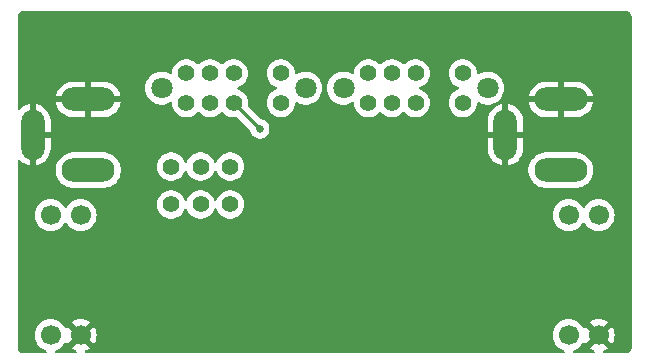
<source format=gbr>
%TF.GenerationSoftware,KiCad,Pcbnew,8.0.5-8.0.5-0~ubuntu24.04.1*%
%TF.CreationDate,2024-10-14T08:19:55-04:00*%
%TF.ProjectId,breadboard-power-supply,62726561-6462-46f6-9172-642d706f7765,rev?*%
%TF.SameCoordinates,Original*%
%TF.FileFunction,Copper,L2,Bot*%
%TF.FilePolarity,Positive*%
%FSLAX46Y46*%
G04 Gerber Fmt 4.6, Leading zero omitted, Abs format (unit mm)*
G04 Created by KiCad (PCBNEW 8.0.5-8.0.5-0~ubuntu24.04.1) date 2024-10-14 08:19:55*
%MOMM*%
%LPD*%
G01*
G04 APERTURE LIST*
%TA.AperFunction,ComponentPad*%
%ADD10C,1.400000*%
%TD*%
%TA.AperFunction,ComponentPad*%
%ADD11C,1.800000*%
%TD*%
%TA.AperFunction,ComponentPad*%
%ADD12O,4.500000X2.000000*%
%TD*%
%TA.AperFunction,ComponentPad*%
%ADD13O,2.000000X4.250000*%
%TD*%
%TA.AperFunction,ComponentPad*%
%ADD14C,1.700000*%
%TD*%
%TA.AperFunction,ViaPad*%
%ADD15C,0.650000*%
%TD*%
%TA.AperFunction,Conductor*%
%ADD16C,0.350000*%
%TD*%
G04 APERTURE END LIST*
D10*
%TO.P,SW1,1*%
%TO.N,/VIN1*%
X113500000Y-103700000D03*
%TO.P,SW1,2*%
%TO.N,Net-(J1-Pad1)*%
X116000000Y-103700000D03*
%TO.P,SW1,3*%
%TO.N,unconnected-(SW1-Pad3)_1*%
X118500000Y-103700000D03*
%TO.P,SW1,4*%
%TO.N,/VIN1*%
X113500000Y-106900000D03*
%TO.P,SW1,5*%
%TO.N,Net-(J1-Pad1)*%
X116000000Y-106900000D03*
%TO.P,SW1,6*%
%TO.N,unconnected-(SW1-Pad3)*%
X118500000Y-106900000D03*
%TD*%
D11*
%TO.P,SW3,*%
%TO.N,*%
X140300000Y-97050000D03*
X128100000Y-97050000D03*
D10*
%TO.P,SW3,1,1*%
%TO.N,unconnected-(SW3-Pad1)*%
X138200000Y-95800000D03*
%TO.P,SW3,2,2*%
%TO.N,VCC1*%
X134200000Y-95800000D03*
%TO.P,SW3,3,3*%
%TO.N,VCC2*%
X132200000Y-95800000D03*
%TO.P,SW3,4,4*%
%TO.N,unconnected-(SW3-Pad4)*%
X130200000Y-95800000D03*
%TO.P,SW3,5,5*%
%TO.N,unconnected-(SW3-Pad5)*%
X138200000Y-98300000D03*
%TO.P,SW3,6,6*%
%TO.N,Net-(J2-Pad1)*%
X134200000Y-98300000D03*
%TO.P,SW3,7,7*%
%TO.N,unconnected-(SW3-Pad7)*%
X132200000Y-98300000D03*
%TO.P,SW3,8,8*%
%TO.N,VCC2*%
X130200000Y-98300000D03*
%TD*%
D12*
%TO.P,J1,1*%
%TO.N,Net-(J1-Pad1)*%
X106500000Y-104000000D03*
%TO.P,J1,2*%
%TO.N,GND*%
X106500000Y-98000000D03*
D13*
%TO.P,J1,3*%
X101800000Y-101000000D03*
%TD*%
D11*
%TO.P,SW2,*%
%TO.N,*%
X124900000Y-97050000D03*
X112700000Y-97050000D03*
D10*
%TO.P,SW2,1,1*%
%TO.N,VCC1*%
X122800000Y-95800000D03*
%TO.P,SW2,2,2*%
%TO.N,/VIN1*%
X118800000Y-95800000D03*
%TO.P,SW2,3,3*%
%TO.N,Net-(U1-IN)*%
X116800000Y-95800000D03*
%TO.P,SW2,4,4*%
X114800000Y-95800000D03*
%TO.P,SW2,5,5*%
%TO.N,unconnected-(SW2-Pad5)*%
X122800000Y-98300000D03*
%TO.P,SW2,6,6*%
%TO.N,/ADJ*%
X118800000Y-98300000D03*
%TO.P,SW2,7,7*%
%TO.N,Net-(R3-Pad1)*%
X116800000Y-98300000D03*
%TO.P,SW2,8,8*%
%TO.N,Net-(R2-Pad1)*%
X114800000Y-98300000D03*
%TD*%
D12*
%TO.P,J2,1*%
%TO.N,Net-(J2-Pad1)*%
X146500000Y-104000000D03*
%TO.P,J2,2*%
%TO.N,GND*%
X146500000Y-98000000D03*
D13*
%TO.P,J2,3*%
X141800000Y-101000000D03*
%TD*%
D14*
%TO.P,J6,1*%
%TO.N,VCC2*%
X147160000Y-117970000D03*
%TO.P,J6,2*%
%TO.N,GND*%
X149700000Y-117970000D03*
%TD*%
%TO.P,J3,1*%
%TO.N,unconnected-(J3-Pad1)*%
X105840000Y-107810000D03*
%TO.P,J3,2*%
%TO.N,unconnected-(J3-Pad2)*%
X103300000Y-107810000D03*
%TD*%
%TO.P,J4,1*%
%TO.N,VCC1*%
X103300000Y-117970000D03*
%TO.P,J4,2*%
%TO.N,GND*%
X105840000Y-117970000D03*
%TD*%
%TO.P,J5,1*%
%TO.N,unconnected-(J5-Pad1)*%
X149700000Y-107810000D03*
%TO.P,J5,2*%
%TO.N,unconnected-(J5-Pad2)*%
X147160000Y-107810000D03*
%TD*%
D15*
%TO.N,GND*%
X111760000Y-101600000D03*
X135500000Y-102000000D03*
X129600000Y-110800000D03*
X118700000Y-100400000D03*
X121700000Y-105900000D03*
%TO.N,/ADJ*%
X121000000Y-100500000D03*
%TD*%
D16*
%TO.N,/ADJ*%
X121000000Y-100500000D02*
X118800000Y-98300000D01*
%TD*%
%TA.AperFunction,Conductor*%
%TO.N,GND*%
G36*
X152006922Y-90501280D02*
G01*
X152097266Y-90511459D01*
X152124331Y-90517636D01*
X152203540Y-90545352D01*
X152228553Y-90557398D01*
X152299606Y-90602043D01*
X152321313Y-90619355D01*
X152380644Y-90678686D01*
X152397957Y-90700395D01*
X152442600Y-90771444D01*
X152454648Y-90796462D01*
X152482362Y-90875666D01*
X152488540Y-90902735D01*
X152498720Y-90993076D01*
X152499500Y-91006961D01*
X152499500Y-118993038D01*
X152498720Y-119006921D01*
X152497576Y-119017075D01*
X152488540Y-119097264D01*
X152482362Y-119124333D01*
X152454648Y-119203537D01*
X152442600Y-119228555D01*
X152397957Y-119299604D01*
X152380644Y-119321313D01*
X152321313Y-119380644D01*
X152299604Y-119397957D01*
X152228555Y-119442600D01*
X152203537Y-119454648D01*
X152124333Y-119482362D01*
X152097264Y-119488540D01*
X152017075Y-119497576D01*
X152006921Y-119498720D01*
X151993038Y-119499500D01*
X150149703Y-119499500D01*
X150082664Y-119479815D01*
X150036909Y-119427011D01*
X150026965Y-119357853D01*
X150055990Y-119294297D01*
X150114768Y-119256523D01*
X150117610Y-119255725D01*
X150163483Y-119243433D01*
X150163492Y-119243429D01*
X150377578Y-119143600D01*
X150377582Y-119143598D01*
X150461373Y-119084926D01*
X150461373Y-119084925D01*
X149870234Y-118493787D01*
X149912292Y-118482518D01*
X150037708Y-118410110D01*
X150140110Y-118307708D01*
X150212518Y-118182292D01*
X150223787Y-118140234D01*
X150814925Y-118731373D01*
X150814926Y-118731373D01*
X150873598Y-118647582D01*
X150873600Y-118647578D01*
X150973429Y-118433492D01*
X150973433Y-118433483D01*
X151034567Y-118205326D01*
X151034569Y-118205315D01*
X151055157Y-117970001D01*
X151055157Y-117969998D01*
X151034569Y-117734684D01*
X151034567Y-117734673D01*
X150973433Y-117506516D01*
X150973429Y-117506507D01*
X150873600Y-117292423D01*
X150873599Y-117292421D01*
X150814925Y-117208626D01*
X150814925Y-117208625D01*
X150223787Y-117799764D01*
X150212518Y-117757708D01*
X150140110Y-117632292D01*
X150037708Y-117529890D01*
X149912292Y-117457482D01*
X149870234Y-117446212D01*
X150461373Y-116855073D01*
X150461373Y-116855072D01*
X150377583Y-116796402D01*
X150377579Y-116796400D01*
X150163492Y-116696570D01*
X150163483Y-116696566D01*
X149935326Y-116635432D01*
X149935315Y-116635430D01*
X149700002Y-116614843D01*
X149699998Y-116614843D01*
X149464684Y-116635430D01*
X149464673Y-116635432D01*
X149236516Y-116696566D01*
X149236507Y-116696570D01*
X149022419Y-116796401D01*
X148938625Y-116855072D01*
X149529765Y-117446212D01*
X149487708Y-117457482D01*
X149362292Y-117529890D01*
X149259890Y-117632292D01*
X149187482Y-117757708D01*
X149176212Y-117799765D01*
X148585073Y-117208626D01*
X148531881Y-117284594D01*
X148477304Y-117328219D01*
X148407806Y-117335413D01*
X148345451Y-117303891D01*
X148328730Y-117284594D01*
X148198494Y-117098597D01*
X148031402Y-116931506D01*
X148031395Y-116931501D01*
X147837834Y-116795967D01*
X147837830Y-116795965D01*
X147837828Y-116795964D01*
X147623663Y-116696097D01*
X147623659Y-116696096D01*
X147623655Y-116696094D01*
X147395413Y-116634938D01*
X147395403Y-116634936D01*
X147160001Y-116614341D01*
X147159999Y-116614341D01*
X146924596Y-116634936D01*
X146924586Y-116634938D01*
X146696344Y-116696094D01*
X146696335Y-116696098D01*
X146482171Y-116795964D01*
X146482169Y-116795965D01*
X146288597Y-116931505D01*
X146121505Y-117098597D01*
X145985965Y-117292169D01*
X145985964Y-117292171D01*
X145886098Y-117506335D01*
X145886094Y-117506344D01*
X145824938Y-117734586D01*
X145824936Y-117734596D01*
X145804341Y-117969999D01*
X145804341Y-117970000D01*
X145824936Y-118205403D01*
X145824938Y-118205413D01*
X145886094Y-118433655D01*
X145886096Y-118433659D01*
X145886097Y-118433663D01*
X145908879Y-118482518D01*
X145985965Y-118647830D01*
X145985967Y-118647834D01*
X146044462Y-118731373D01*
X146121505Y-118841401D01*
X146288599Y-119008495D01*
X146385384Y-119076265D01*
X146482165Y-119144032D01*
X146482167Y-119144033D01*
X146482170Y-119144035D01*
X146696337Y-119243903D01*
X146696343Y-119243904D01*
X146696344Y-119243905D01*
X146740457Y-119255725D01*
X146800118Y-119292090D01*
X146830647Y-119354936D01*
X146822353Y-119424312D01*
X146777868Y-119478190D01*
X146711316Y-119499465D01*
X146708364Y-119499500D01*
X106289703Y-119499500D01*
X106222664Y-119479815D01*
X106176909Y-119427011D01*
X106166965Y-119357853D01*
X106195990Y-119294297D01*
X106254768Y-119256523D01*
X106257610Y-119255725D01*
X106303483Y-119243433D01*
X106303492Y-119243429D01*
X106517578Y-119143600D01*
X106517582Y-119143598D01*
X106601373Y-119084926D01*
X106601373Y-119084925D01*
X106010234Y-118493787D01*
X106052292Y-118482518D01*
X106177708Y-118410110D01*
X106280110Y-118307708D01*
X106352518Y-118182292D01*
X106363787Y-118140235D01*
X106954925Y-118731373D01*
X106954926Y-118731373D01*
X107013598Y-118647582D01*
X107013600Y-118647578D01*
X107113429Y-118433492D01*
X107113433Y-118433483D01*
X107174567Y-118205326D01*
X107174569Y-118205315D01*
X107195157Y-117970001D01*
X107195157Y-117969998D01*
X107174569Y-117734684D01*
X107174567Y-117734673D01*
X107113433Y-117506516D01*
X107113429Y-117506507D01*
X107013600Y-117292423D01*
X107013599Y-117292421D01*
X106954925Y-117208626D01*
X106954925Y-117208625D01*
X106363787Y-117799764D01*
X106352518Y-117757708D01*
X106280110Y-117632292D01*
X106177708Y-117529890D01*
X106052292Y-117457482D01*
X106010234Y-117446212D01*
X106601373Y-116855073D01*
X106601373Y-116855072D01*
X106517583Y-116796402D01*
X106517579Y-116796400D01*
X106303492Y-116696570D01*
X106303483Y-116696566D01*
X106075326Y-116635432D01*
X106075315Y-116635430D01*
X105840002Y-116614843D01*
X105839998Y-116614843D01*
X105604684Y-116635430D01*
X105604673Y-116635432D01*
X105376516Y-116696566D01*
X105376507Y-116696570D01*
X105162419Y-116796401D01*
X105078625Y-116855072D01*
X105669765Y-117446212D01*
X105627708Y-117457482D01*
X105502292Y-117529890D01*
X105399890Y-117632292D01*
X105327482Y-117757708D01*
X105316212Y-117799765D01*
X104725073Y-117208626D01*
X104671881Y-117284594D01*
X104617304Y-117328219D01*
X104547806Y-117335413D01*
X104485451Y-117303891D01*
X104468730Y-117284594D01*
X104338494Y-117098597D01*
X104171402Y-116931506D01*
X104171395Y-116931501D01*
X103977834Y-116795967D01*
X103977830Y-116795965D01*
X103977828Y-116795964D01*
X103763663Y-116696097D01*
X103763659Y-116696096D01*
X103763655Y-116696094D01*
X103535413Y-116634938D01*
X103535403Y-116634936D01*
X103300001Y-116614341D01*
X103299999Y-116614341D01*
X103064596Y-116634936D01*
X103064586Y-116634938D01*
X102836344Y-116696094D01*
X102836335Y-116696098D01*
X102622171Y-116795964D01*
X102622169Y-116795965D01*
X102428597Y-116931505D01*
X102261505Y-117098597D01*
X102125965Y-117292169D01*
X102125964Y-117292171D01*
X102026098Y-117506335D01*
X102026094Y-117506344D01*
X101964938Y-117734586D01*
X101964936Y-117734596D01*
X101944341Y-117969999D01*
X101944341Y-117970000D01*
X101964936Y-118205403D01*
X101964938Y-118205413D01*
X102026094Y-118433655D01*
X102026096Y-118433659D01*
X102026097Y-118433663D01*
X102048879Y-118482518D01*
X102125965Y-118647830D01*
X102125967Y-118647834D01*
X102184462Y-118731373D01*
X102261505Y-118841401D01*
X102428599Y-119008495D01*
X102525384Y-119076265D01*
X102622165Y-119144032D01*
X102622167Y-119144033D01*
X102622170Y-119144035D01*
X102836337Y-119243903D01*
X102836343Y-119243904D01*
X102836344Y-119243905D01*
X102880457Y-119255725D01*
X102940118Y-119292090D01*
X102970647Y-119354936D01*
X102962353Y-119424312D01*
X102917868Y-119478190D01*
X102851316Y-119499465D01*
X102848364Y-119499500D01*
X101006962Y-119499500D01*
X100993078Y-119498720D01*
X100980553Y-119497308D01*
X100902735Y-119488540D01*
X100875666Y-119482362D01*
X100796462Y-119454648D01*
X100771444Y-119442600D01*
X100700395Y-119397957D01*
X100678686Y-119380644D01*
X100619355Y-119321313D01*
X100602042Y-119299604D01*
X100598707Y-119294297D01*
X100557398Y-119228553D01*
X100545351Y-119203537D01*
X100524378Y-119143599D01*
X100517636Y-119124331D01*
X100511459Y-119097263D01*
X100501280Y-119006922D01*
X100500500Y-118993038D01*
X100500500Y-107809999D01*
X101944341Y-107809999D01*
X101944341Y-107810000D01*
X101964936Y-108045403D01*
X101964938Y-108045413D01*
X102026094Y-108273655D01*
X102026096Y-108273659D01*
X102026097Y-108273663D01*
X102030000Y-108282032D01*
X102125965Y-108487830D01*
X102125967Y-108487834D01*
X102234281Y-108642521D01*
X102261505Y-108681401D01*
X102428599Y-108848495D01*
X102525384Y-108916265D01*
X102622165Y-108984032D01*
X102622167Y-108984033D01*
X102622170Y-108984035D01*
X102836337Y-109083903D01*
X103064592Y-109145063D01*
X103252918Y-109161539D01*
X103299999Y-109165659D01*
X103300000Y-109165659D01*
X103300001Y-109165659D01*
X103339234Y-109162226D01*
X103535408Y-109145063D01*
X103763663Y-109083903D01*
X103977830Y-108984035D01*
X104171401Y-108848495D01*
X104338495Y-108681401D01*
X104468425Y-108495842D01*
X104523002Y-108452217D01*
X104592500Y-108445023D01*
X104654855Y-108476546D01*
X104671575Y-108495842D01*
X104801500Y-108681395D01*
X104801505Y-108681401D01*
X104968599Y-108848495D01*
X105065384Y-108916265D01*
X105162165Y-108984032D01*
X105162167Y-108984033D01*
X105162170Y-108984035D01*
X105376337Y-109083903D01*
X105604592Y-109145063D01*
X105792918Y-109161539D01*
X105839999Y-109165659D01*
X105840000Y-109165659D01*
X105840001Y-109165659D01*
X105879234Y-109162226D01*
X106075408Y-109145063D01*
X106303663Y-109083903D01*
X106517830Y-108984035D01*
X106711401Y-108848495D01*
X106878495Y-108681401D01*
X107014035Y-108487830D01*
X107113903Y-108273663D01*
X107175063Y-108045408D01*
X107195659Y-107810000D01*
X107175063Y-107574592D01*
X107113903Y-107346337D01*
X107014035Y-107132171D01*
X107008425Y-107124158D01*
X106878494Y-106938597D01*
X106839896Y-106899999D01*
X112294357Y-106899999D01*
X112294357Y-106900000D01*
X112314884Y-107121535D01*
X112314885Y-107121537D01*
X112375769Y-107335523D01*
X112375775Y-107335538D01*
X112474938Y-107534683D01*
X112474943Y-107534691D01*
X112609020Y-107712238D01*
X112773437Y-107862123D01*
X112773439Y-107862125D01*
X112962595Y-107979245D01*
X112962596Y-107979245D01*
X112962599Y-107979247D01*
X113170060Y-108059618D01*
X113388757Y-108100500D01*
X113388759Y-108100500D01*
X113611241Y-108100500D01*
X113611243Y-108100500D01*
X113829940Y-108059618D01*
X114037401Y-107979247D01*
X114226562Y-107862124D01*
X114390981Y-107712236D01*
X114525058Y-107534689D01*
X114624229Y-107335528D01*
X114630734Y-107312661D01*
X114668012Y-107253571D01*
X114731322Y-107224013D01*
X114800561Y-107233375D01*
X114853748Y-107278684D01*
X114869264Y-107312658D01*
X114875770Y-107335523D01*
X114875772Y-107335530D01*
X114875775Y-107335538D01*
X114974938Y-107534683D01*
X114974943Y-107534691D01*
X115109020Y-107712238D01*
X115273437Y-107862123D01*
X115273439Y-107862125D01*
X115462595Y-107979245D01*
X115462596Y-107979245D01*
X115462599Y-107979247D01*
X115670060Y-108059618D01*
X115888757Y-108100500D01*
X115888759Y-108100500D01*
X116111241Y-108100500D01*
X116111243Y-108100500D01*
X116329940Y-108059618D01*
X116537401Y-107979247D01*
X116726562Y-107862124D01*
X116890981Y-107712236D01*
X117025058Y-107534689D01*
X117124229Y-107335528D01*
X117130734Y-107312661D01*
X117168012Y-107253571D01*
X117231322Y-107224013D01*
X117300561Y-107233375D01*
X117353748Y-107278684D01*
X117369264Y-107312658D01*
X117375770Y-107335523D01*
X117375772Y-107335530D01*
X117375775Y-107335538D01*
X117474938Y-107534683D01*
X117474943Y-107534691D01*
X117609020Y-107712238D01*
X117773437Y-107862123D01*
X117773439Y-107862125D01*
X117962595Y-107979245D01*
X117962596Y-107979245D01*
X117962599Y-107979247D01*
X118170060Y-108059618D01*
X118388757Y-108100500D01*
X118388759Y-108100500D01*
X118611241Y-108100500D01*
X118611243Y-108100500D01*
X118829940Y-108059618D01*
X119037401Y-107979247D01*
X119226562Y-107862124D01*
X119283740Y-107809999D01*
X145804341Y-107809999D01*
X145804341Y-107810000D01*
X145824936Y-108045403D01*
X145824938Y-108045413D01*
X145886094Y-108273655D01*
X145886096Y-108273659D01*
X145886097Y-108273663D01*
X145890000Y-108282032D01*
X145985965Y-108487830D01*
X145985967Y-108487834D01*
X146094281Y-108642521D01*
X146121505Y-108681401D01*
X146288599Y-108848495D01*
X146385384Y-108916265D01*
X146482165Y-108984032D01*
X146482167Y-108984033D01*
X146482170Y-108984035D01*
X146696337Y-109083903D01*
X146924592Y-109145063D01*
X147112918Y-109161539D01*
X147159999Y-109165659D01*
X147160000Y-109165659D01*
X147160001Y-109165659D01*
X147199234Y-109162226D01*
X147395408Y-109145063D01*
X147623663Y-109083903D01*
X147837830Y-108984035D01*
X148031401Y-108848495D01*
X148198495Y-108681401D01*
X148328425Y-108495842D01*
X148383002Y-108452217D01*
X148452500Y-108445023D01*
X148514855Y-108476546D01*
X148531575Y-108495842D01*
X148661500Y-108681395D01*
X148661505Y-108681401D01*
X148828599Y-108848495D01*
X148925384Y-108916265D01*
X149022165Y-108984032D01*
X149022167Y-108984033D01*
X149022170Y-108984035D01*
X149236337Y-109083903D01*
X149464592Y-109145063D01*
X149652918Y-109161539D01*
X149699999Y-109165659D01*
X149700000Y-109165659D01*
X149700001Y-109165659D01*
X149739234Y-109162226D01*
X149935408Y-109145063D01*
X150163663Y-109083903D01*
X150377830Y-108984035D01*
X150571401Y-108848495D01*
X150738495Y-108681401D01*
X150874035Y-108487830D01*
X150973903Y-108273663D01*
X151035063Y-108045408D01*
X151055659Y-107810000D01*
X151035063Y-107574592D01*
X150973903Y-107346337D01*
X150874035Y-107132171D01*
X150868425Y-107124158D01*
X150738494Y-106938597D01*
X150571402Y-106771506D01*
X150571395Y-106771501D01*
X150377834Y-106635967D01*
X150377830Y-106635965D01*
X150377828Y-106635964D01*
X150163663Y-106536097D01*
X150163659Y-106536096D01*
X150163655Y-106536094D01*
X149935413Y-106474938D01*
X149935403Y-106474936D01*
X149700001Y-106454341D01*
X149699999Y-106454341D01*
X149464596Y-106474936D01*
X149464586Y-106474938D01*
X149236344Y-106536094D01*
X149236335Y-106536098D01*
X149022171Y-106635964D01*
X149022169Y-106635965D01*
X148828597Y-106771505D01*
X148661505Y-106938597D01*
X148531575Y-107124158D01*
X148476998Y-107167783D01*
X148407500Y-107174977D01*
X148345145Y-107143454D01*
X148328425Y-107124158D01*
X148198494Y-106938597D01*
X148031402Y-106771506D01*
X148031395Y-106771501D01*
X147837834Y-106635967D01*
X147837830Y-106635965D01*
X147837828Y-106635964D01*
X147623663Y-106536097D01*
X147623659Y-106536096D01*
X147623655Y-106536094D01*
X147395413Y-106474938D01*
X147395403Y-106474936D01*
X147160001Y-106454341D01*
X147159999Y-106454341D01*
X146924596Y-106474936D01*
X146924586Y-106474938D01*
X146696344Y-106536094D01*
X146696335Y-106536098D01*
X146482171Y-106635964D01*
X146482169Y-106635965D01*
X146288597Y-106771505D01*
X146121505Y-106938597D01*
X145985965Y-107132169D01*
X145985964Y-107132171D01*
X145886098Y-107346335D01*
X145886094Y-107346344D01*
X145824938Y-107574586D01*
X145824936Y-107574596D01*
X145804341Y-107809999D01*
X119283740Y-107809999D01*
X119390981Y-107712236D01*
X119525058Y-107534689D01*
X119624229Y-107335528D01*
X119685115Y-107121536D01*
X119705643Y-106900000D01*
X119693736Y-106771506D01*
X119685115Y-106678464D01*
X119685114Y-106678462D01*
X119673023Y-106635967D01*
X119624229Y-106464472D01*
X119624224Y-106464461D01*
X119525061Y-106265316D01*
X119525056Y-106265308D01*
X119390979Y-106087761D01*
X119226562Y-105937876D01*
X119226560Y-105937874D01*
X119037404Y-105820754D01*
X119037398Y-105820752D01*
X118829940Y-105740382D01*
X118611243Y-105699500D01*
X118388757Y-105699500D01*
X118170060Y-105740382D01*
X118038864Y-105791207D01*
X117962601Y-105820752D01*
X117962595Y-105820754D01*
X117773439Y-105937874D01*
X117773437Y-105937876D01*
X117609020Y-106087761D01*
X117474943Y-106265308D01*
X117474938Y-106265316D01*
X117375775Y-106464461D01*
X117375769Y-106464476D01*
X117369266Y-106487335D01*
X117331987Y-106546429D01*
X117268677Y-106575986D01*
X117199438Y-106566624D01*
X117146251Y-106521314D01*
X117130734Y-106487335D01*
X117127207Y-106474938D01*
X117124229Y-106464472D01*
X117124224Y-106464461D01*
X117025061Y-106265316D01*
X117025056Y-106265308D01*
X116890979Y-106087761D01*
X116726562Y-105937876D01*
X116726560Y-105937874D01*
X116537404Y-105820754D01*
X116537398Y-105820752D01*
X116329940Y-105740382D01*
X116111243Y-105699500D01*
X115888757Y-105699500D01*
X115670060Y-105740382D01*
X115538864Y-105791207D01*
X115462601Y-105820752D01*
X115462595Y-105820754D01*
X115273439Y-105937874D01*
X115273437Y-105937876D01*
X115109020Y-106087761D01*
X114974943Y-106265308D01*
X114974938Y-106265316D01*
X114875775Y-106464461D01*
X114875769Y-106464476D01*
X114869266Y-106487335D01*
X114831987Y-106546429D01*
X114768677Y-106575986D01*
X114699438Y-106566624D01*
X114646251Y-106521314D01*
X114630734Y-106487335D01*
X114627207Y-106474938D01*
X114624229Y-106464472D01*
X114624224Y-106464461D01*
X114525061Y-106265316D01*
X114525056Y-106265308D01*
X114390979Y-106087761D01*
X114226562Y-105937876D01*
X114226560Y-105937874D01*
X114037404Y-105820754D01*
X114037398Y-105820752D01*
X113829940Y-105740382D01*
X113611243Y-105699500D01*
X113388757Y-105699500D01*
X113170060Y-105740382D01*
X113038864Y-105791207D01*
X112962601Y-105820752D01*
X112962595Y-105820754D01*
X112773439Y-105937874D01*
X112773437Y-105937876D01*
X112609020Y-106087761D01*
X112474943Y-106265308D01*
X112474938Y-106265316D01*
X112375775Y-106464461D01*
X112375769Y-106464476D01*
X112314885Y-106678462D01*
X112314884Y-106678464D01*
X112294357Y-106899999D01*
X106839896Y-106899999D01*
X106711402Y-106771506D01*
X106711395Y-106771501D01*
X106517834Y-106635967D01*
X106517830Y-106635965D01*
X106517828Y-106635964D01*
X106303663Y-106536097D01*
X106303659Y-106536096D01*
X106303655Y-106536094D01*
X106075413Y-106474938D01*
X106075403Y-106474936D01*
X105840001Y-106454341D01*
X105839999Y-106454341D01*
X105604596Y-106474936D01*
X105604586Y-106474938D01*
X105376344Y-106536094D01*
X105376335Y-106536098D01*
X105162171Y-106635964D01*
X105162169Y-106635965D01*
X104968597Y-106771505D01*
X104801505Y-106938597D01*
X104671575Y-107124158D01*
X104616998Y-107167783D01*
X104547500Y-107174977D01*
X104485145Y-107143454D01*
X104468425Y-107124158D01*
X104338494Y-106938597D01*
X104171402Y-106771506D01*
X104171395Y-106771501D01*
X103977834Y-106635967D01*
X103977830Y-106635965D01*
X103977828Y-106635964D01*
X103763663Y-106536097D01*
X103763659Y-106536096D01*
X103763655Y-106536094D01*
X103535413Y-106474938D01*
X103535403Y-106474936D01*
X103300001Y-106454341D01*
X103299999Y-106454341D01*
X103064596Y-106474936D01*
X103064586Y-106474938D01*
X102836344Y-106536094D01*
X102836335Y-106536098D01*
X102622171Y-106635964D01*
X102622169Y-106635965D01*
X102428597Y-106771505D01*
X102261505Y-106938597D01*
X102125965Y-107132169D01*
X102125964Y-107132171D01*
X102026098Y-107346335D01*
X102026094Y-107346344D01*
X101964938Y-107574586D01*
X101964936Y-107574596D01*
X101944341Y-107809999D01*
X100500500Y-107809999D01*
X100500500Y-103881902D01*
X103749500Y-103881902D01*
X103749500Y-104118097D01*
X103786446Y-104351368D01*
X103859433Y-104575996D01*
X103962996Y-104779247D01*
X103966657Y-104786433D01*
X104105483Y-104977510D01*
X104272490Y-105144517D01*
X104463567Y-105283343D01*
X104562991Y-105334002D01*
X104674003Y-105390566D01*
X104674005Y-105390566D01*
X104674008Y-105390568D01*
X104794412Y-105429689D01*
X104898631Y-105463553D01*
X105131903Y-105500500D01*
X105131908Y-105500500D01*
X107868097Y-105500500D01*
X108101368Y-105463553D01*
X108325992Y-105390568D01*
X108536433Y-105283343D01*
X108727510Y-105144517D01*
X108894517Y-104977510D01*
X109033343Y-104786433D01*
X109140568Y-104575992D01*
X109213553Y-104351368D01*
X109216196Y-104334683D01*
X109250500Y-104118097D01*
X109250500Y-103881902D01*
X109221689Y-103699999D01*
X112294357Y-103699999D01*
X112294357Y-103700000D01*
X112314884Y-103921535D01*
X112314885Y-103921537D01*
X112375769Y-104135523D01*
X112375775Y-104135538D01*
X112474938Y-104334683D01*
X112474943Y-104334691D01*
X112609020Y-104512238D01*
X112773437Y-104662123D01*
X112773439Y-104662125D01*
X112962595Y-104779245D01*
X112962596Y-104779245D01*
X112962599Y-104779247D01*
X113170060Y-104859618D01*
X113388757Y-104900500D01*
X113388759Y-104900500D01*
X113611241Y-104900500D01*
X113611243Y-104900500D01*
X113829940Y-104859618D01*
X114037401Y-104779247D01*
X114226562Y-104662124D01*
X114390981Y-104512236D01*
X114525058Y-104334689D01*
X114624229Y-104135528D01*
X114630734Y-104112661D01*
X114668012Y-104053571D01*
X114731322Y-104024013D01*
X114800561Y-104033375D01*
X114853748Y-104078684D01*
X114869264Y-104112658D01*
X114875770Y-104135523D01*
X114875772Y-104135530D01*
X114875775Y-104135538D01*
X114974938Y-104334683D01*
X114974943Y-104334691D01*
X115109020Y-104512238D01*
X115273437Y-104662123D01*
X115273439Y-104662125D01*
X115462595Y-104779245D01*
X115462596Y-104779245D01*
X115462599Y-104779247D01*
X115670060Y-104859618D01*
X115888757Y-104900500D01*
X115888759Y-104900500D01*
X116111241Y-104900500D01*
X116111243Y-104900500D01*
X116329940Y-104859618D01*
X116537401Y-104779247D01*
X116726562Y-104662124D01*
X116890981Y-104512236D01*
X117025058Y-104334689D01*
X117124229Y-104135528D01*
X117130734Y-104112661D01*
X117168012Y-104053571D01*
X117231322Y-104024013D01*
X117300561Y-104033375D01*
X117353748Y-104078684D01*
X117369264Y-104112658D01*
X117375770Y-104135523D01*
X117375772Y-104135530D01*
X117375775Y-104135538D01*
X117474938Y-104334683D01*
X117474943Y-104334691D01*
X117609020Y-104512238D01*
X117773437Y-104662123D01*
X117773439Y-104662125D01*
X117962595Y-104779245D01*
X117962596Y-104779245D01*
X117962599Y-104779247D01*
X118170060Y-104859618D01*
X118388757Y-104900500D01*
X118388759Y-104900500D01*
X118611241Y-104900500D01*
X118611243Y-104900500D01*
X118829940Y-104859618D01*
X119037401Y-104779247D01*
X119226562Y-104662124D01*
X119390981Y-104512236D01*
X119525058Y-104334689D01*
X119624229Y-104135528D01*
X119685115Y-103921536D01*
X119688788Y-103881902D01*
X143749500Y-103881902D01*
X143749500Y-104118097D01*
X143786446Y-104351368D01*
X143859433Y-104575996D01*
X143962996Y-104779247D01*
X143966657Y-104786433D01*
X144105483Y-104977510D01*
X144272490Y-105144517D01*
X144463567Y-105283343D01*
X144562991Y-105334002D01*
X144674003Y-105390566D01*
X144674005Y-105390566D01*
X144674008Y-105390568D01*
X144794412Y-105429689D01*
X144898631Y-105463553D01*
X145131903Y-105500500D01*
X145131908Y-105500500D01*
X147868097Y-105500500D01*
X148101368Y-105463553D01*
X148325992Y-105390568D01*
X148536433Y-105283343D01*
X148727510Y-105144517D01*
X148894517Y-104977510D01*
X149033343Y-104786433D01*
X149140568Y-104575992D01*
X149213553Y-104351368D01*
X149216196Y-104334683D01*
X149250500Y-104118097D01*
X149250500Y-103881902D01*
X149213553Y-103648631D01*
X149140566Y-103424003D01*
X149033342Y-103213566D01*
X149008332Y-103179143D01*
X148894517Y-103022490D01*
X148727510Y-102855483D01*
X148536433Y-102716657D01*
X148505316Y-102700802D01*
X148325996Y-102609433D01*
X148101368Y-102536446D01*
X147868097Y-102499500D01*
X147868092Y-102499500D01*
X145131908Y-102499500D01*
X145131903Y-102499500D01*
X144898631Y-102536446D01*
X144674003Y-102609433D01*
X144463566Y-102716657D01*
X144354550Y-102795862D01*
X144272490Y-102855483D01*
X144272488Y-102855485D01*
X144272487Y-102855485D01*
X144105485Y-103022487D01*
X144105485Y-103022488D01*
X144105483Y-103022490D01*
X144074374Y-103065308D01*
X143966657Y-103213566D01*
X143859433Y-103424003D01*
X143786446Y-103648631D01*
X143749500Y-103881902D01*
X119688788Y-103881902D01*
X119705643Y-103700000D01*
X119685115Y-103478464D01*
X119624229Y-103264472D01*
X119615122Y-103246182D01*
X119525061Y-103065316D01*
X119525056Y-103065308D01*
X119390979Y-102887761D01*
X119226562Y-102737876D01*
X119226560Y-102737874D01*
X119037404Y-102620754D01*
X119037398Y-102620752D01*
X118829940Y-102540382D01*
X118611243Y-102499500D01*
X118388757Y-102499500D01*
X118170060Y-102540382D01*
X118038864Y-102591207D01*
X117962601Y-102620752D01*
X117962595Y-102620754D01*
X117773439Y-102737874D01*
X117773437Y-102737876D01*
X117609020Y-102887761D01*
X117474943Y-103065308D01*
X117474938Y-103065316D01*
X117375775Y-103264461D01*
X117375769Y-103264476D01*
X117369266Y-103287335D01*
X117331987Y-103346429D01*
X117268677Y-103375986D01*
X117199438Y-103366624D01*
X117146251Y-103321314D01*
X117130734Y-103287335D01*
X117124230Y-103264476D01*
X117124229Y-103264472D01*
X117115122Y-103246182D01*
X117025061Y-103065316D01*
X117025056Y-103065308D01*
X116890979Y-102887761D01*
X116726562Y-102737876D01*
X116726560Y-102737874D01*
X116537404Y-102620754D01*
X116537398Y-102620752D01*
X116329940Y-102540382D01*
X116111243Y-102499500D01*
X115888757Y-102499500D01*
X115670060Y-102540382D01*
X115538864Y-102591207D01*
X115462601Y-102620752D01*
X115462595Y-102620754D01*
X115273439Y-102737874D01*
X115273437Y-102737876D01*
X115109020Y-102887761D01*
X114974943Y-103065308D01*
X114974938Y-103065316D01*
X114875775Y-103264461D01*
X114875769Y-103264476D01*
X114869266Y-103287335D01*
X114831987Y-103346429D01*
X114768677Y-103375986D01*
X114699438Y-103366624D01*
X114646251Y-103321314D01*
X114630734Y-103287335D01*
X114624230Y-103264476D01*
X114624229Y-103264472D01*
X114615122Y-103246182D01*
X114525061Y-103065316D01*
X114525056Y-103065308D01*
X114390979Y-102887761D01*
X114226562Y-102737876D01*
X114226560Y-102737874D01*
X114037404Y-102620754D01*
X114037398Y-102620752D01*
X113829940Y-102540382D01*
X113611243Y-102499500D01*
X113388757Y-102499500D01*
X113170060Y-102540382D01*
X113038864Y-102591207D01*
X112962601Y-102620752D01*
X112962595Y-102620754D01*
X112773439Y-102737874D01*
X112773437Y-102737876D01*
X112609020Y-102887761D01*
X112474943Y-103065308D01*
X112474938Y-103065316D01*
X112375775Y-103264461D01*
X112375769Y-103264476D01*
X112314885Y-103478462D01*
X112314884Y-103478464D01*
X112294357Y-103699999D01*
X109221689Y-103699999D01*
X109213553Y-103648631D01*
X109140566Y-103424003D01*
X109033342Y-103213566D01*
X109008332Y-103179143D01*
X108894517Y-103022490D01*
X108727510Y-102855483D01*
X108536433Y-102716657D01*
X108505316Y-102700802D01*
X108325996Y-102609433D01*
X108101368Y-102536446D01*
X107868097Y-102499500D01*
X107868092Y-102499500D01*
X105131908Y-102499500D01*
X105131903Y-102499500D01*
X104898631Y-102536446D01*
X104674003Y-102609433D01*
X104463566Y-102716657D01*
X104354550Y-102795862D01*
X104272490Y-102855483D01*
X104272488Y-102855485D01*
X104272487Y-102855485D01*
X104105485Y-103022487D01*
X104105485Y-103022488D01*
X104105483Y-103022490D01*
X104074374Y-103065308D01*
X103966657Y-103213566D01*
X103859433Y-103424003D01*
X103786446Y-103648631D01*
X103749500Y-103881902D01*
X100500500Y-103881902D01*
X100500500Y-103246182D01*
X100520185Y-103179143D01*
X100572989Y-103133388D01*
X100642147Y-103123444D01*
X100705703Y-103152469D01*
X100712181Y-103158501D01*
X100822813Y-103269133D01*
X101013828Y-103407914D01*
X101224195Y-103515102D01*
X101448744Y-103588063D01*
X101448750Y-103588065D01*
X101550000Y-103604101D01*
X101550000Y-102433012D01*
X101607007Y-102465925D01*
X101734174Y-102500000D01*
X101865826Y-102500000D01*
X101992993Y-102465925D01*
X102050000Y-102433012D01*
X102050000Y-103604100D01*
X102151249Y-103588065D01*
X102151255Y-103588063D01*
X102375804Y-103515102D01*
X102586171Y-103407914D01*
X102777186Y-103269133D01*
X102944133Y-103102186D01*
X103082914Y-102911171D01*
X103190102Y-102700802D01*
X103263065Y-102476247D01*
X103300000Y-102243052D01*
X103300000Y-101250000D01*
X102300000Y-101250000D01*
X102300000Y-100750000D01*
X103300000Y-100750000D01*
X103300000Y-99756947D01*
X103263065Y-99523752D01*
X103190102Y-99299197D01*
X103082914Y-99088828D01*
X102944133Y-98897813D01*
X102777186Y-98730866D01*
X102586171Y-98592085D01*
X102375802Y-98484897D01*
X102151247Y-98411934D01*
X102050000Y-98395897D01*
X102050000Y-99566988D01*
X101992993Y-99534075D01*
X101865826Y-99500000D01*
X101734174Y-99500000D01*
X101607007Y-99534075D01*
X101550000Y-99566988D01*
X101550000Y-98395897D01*
X101448752Y-98411934D01*
X101224197Y-98484897D01*
X101013828Y-98592085D01*
X100822813Y-98730866D01*
X100712181Y-98841499D01*
X100650858Y-98874984D01*
X100581166Y-98870000D01*
X100525233Y-98828128D01*
X100500816Y-98762664D01*
X100500500Y-98753818D01*
X100500500Y-97750000D01*
X103770898Y-97750000D01*
X104816988Y-97750000D01*
X104784075Y-97807007D01*
X104750000Y-97934174D01*
X104750000Y-98065826D01*
X104784075Y-98192993D01*
X104816988Y-98250000D01*
X103770898Y-98250000D01*
X103786934Y-98351247D01*
X103859897Y-98575802D01*
X103967085Y-98786171D01*
X104105866Y-98977186D01*
X104272813Y-99144133D01*
X104463828Y-99282914D01*
X104674197Y-99390102D01*
X104898752Y-99463065D01*
X104898751Y-99463065D01*
X105131948Y-99500000D01*
X106250000Y-99500000D01*
X106250000Y-98500000D01*
X106750000Y-98500000D01*
X106750000Y-99500000D01*
X107868052Y-99500000D01*
X108101247Y-99463065D01*
X108325802Y-99390102D01*
X108536171Y-99282914D01*
X108727186Y-99144133D01*
X108894133Y-98977186D01*
X109032914Y-98786171D01*
X109140102Y-98575802D01*
X109213065Y-98351247D01*
X109229102Y-98250000D01*
X108183012Y-98250000D01*
X108215925Y-98192993D01*
X108250000Y-98065826D01*
X108250000Y-97934174D01*
X108215925Y-97807007D01*
X108183012Y-97750000D01*
X109229102Y-97750000D01*
X109213065Y-97648752D01*
X109140102Y-97424197D01*
X109032914Y-97213828D01*
X108913880Y-97049993D01*
X111294700Y-97049993D01*
X111294700Y-97050006D01*
X111313864Y-97281297D01*
X111313866Y-97281308D01*
X111370842Y-97506300D01*
X111464075Y-97718848D01*
X111591016Y-97913147D01*
X111591019Y-97913151D01*
X111591021Y-97913153D01*
X111748216Y-98083913D01*
X111748219Y-98083915D01*
X111748222Y-98083918D01*
X111931365Y-98226464D01*
X111931371Y-98226468D01*
X111931374Y-98226470D01*
X112135497Y-98336936D01*
X112249487Y-98376068D01*
X112355015Y-98412297D01*
X112355017Y-98412297D01*
X112355019Y-98412298D01*
X112583951Y-98450500D01*
X112583952Y-98450500D01*
X112816048Y-98450500D01*
X112816049Y-98450500D01*
X113044981Y-98412298D01*
X113264503Y-98336936D01*
X113264510Y-98336932D01*
X113264513Y-98336931D01*
X113398103Y-98264635D01*
X113416704Y-98254568D01*
X113485031Y-98239973D01*
X113550403Y-98264635D01*
X113592065Y-98320726D01*
X113599192Y-98352182D01*
X113614884Y-98521535D01*
X113614885Y-98521537D01*
X113675769Y-98735523D01*
X113675775Y-98735538D01*
X113774938Y-98934683D01*
X113774943Y-98934691D01*
X113909020Y-99112238D01*
X114073437Y-99262123D01*
X114073439Y-99262125D01*
X114262595Y-99379245D01*
X114262596Y-99379245D01*
X114262599Y-99379247D01*
X114470060Y-99459618D01*
X114688757Y-99500500D01*
X114688759Y-99500500D01*
X114911241Y-99500500D01*
X114911243Y-99500500D01*
X115129940Y-99459618D01*
X115337401Y-99379247D01*
X115526562Y-99262124D01*
X115690981Y-99112236D01*
X115701046Y-99098906D01*
X115757153Y-99057271D01*
X115826865Y-99052578D01*
X115888047Y-99086319D01*
X115898948Y-99098900D01*
X115909019Y-99112236D01*
X115909022Y-99112239D01*
X115909025Y-99112242D01*
X116073437Y-99262123D01*
X116073439Y-99262125D01*
X116262595Y-99379245D01*
X116262596Y-99379245D01*
X116262599Y-99379247D01*
X116470060Y-99459618D01*
X116688757Y-99500500D01*
X116688759Y-99500500D01*
X116911241Y-99500500D01*
X116911243Y-99500500D01*
X117129940Y-99459618D01*
X117337401Y-99379247D01*
X117526562Y-99262124D01*
X117690981Y-99112236D01*
X117701046Y-99098906D01*
X117757153Y-99057271D01*
X117826865Y-99052578D01*
X117888047Y-99086319D01*
X117898948Y-99098900D01*
X117909019Y-99112236D01*
X117909022Y-99112239D01*
X117909025Y-99112242D01*
X118073437Y-99262123D01*
X118073439Y-99262125D01*
X118262595Y-99379245D01*
X118262596Y-99379245D01*
X118262599Y-99379247D01*
X118470060Y-99459618D01*
X118688757Y-99500500D01*
X118688759Y-99500500D01*
X118911244Y-99500500D01*
X118911244Y-99500499D01*
X118959851Y-99491413D01*
X119029366Y-99498442D01*
X119070319Y-99525620D01*
X120154242Y-100609543D01*
X120185406Y-100666616D01*
X120186084Y-100666396D01*
X120187256Y-100670003D01*
X120187727Y-100670866D01*
X120187851Y-100671440D01*
X120188093Y-100672580D01*
X120241712Y-100837608D01*
X120328477Y-100987887D01*
X120328476Y-100987887D01*
X120328478Y-100987889D01*
X120444590Y-101116845D01*
X120584976Y-101218842D01*
X120743495Y-101289420D01*
X120743501Y-101289422D01*
X120913236Y-101325500D01*
X120913237Y-101325500D01*
X121086762Y-101325500D01*
X121086764Y-101325500D01*
X121256499Y-101289422D01*
X121256501Y-101289420D01*
X121256504Y-101289420D01*
X121345042Y-101250000D01*
X121415024Y-101218842D01*
X121555410Y-101116845D01*
X121671522Y-100987889D01*
X121758286Y-100837611D01*
X121811908Y-100672576D01*
X121830047Y-100500000D01*
X121811908Y-100327424D01*
X121758286Y-100162389D01*
X121671522Y-100012111D01*
X121555410Y-99883155D01*
X121415024Y-99781158D01*
X121415023Y-99781157D01*
X121360647Y-99756947D01*
X140300000Y-99756947D01*
X140300000Y-100750000D01*
X141300000Y-100750000D01*
X141300000Y-101250000D01*
X140300000Y-101250000D01*
X140300000Y-102243052D01*
X140336934Y-102476247D01*
X140409897Y-102700802D01*
X140517085Y-102911171D01*
X140655866Y-103102186D01*
X140822813Y-103269133D01*
X141013828Y-103407914D01*
X141224195Y-103515102D01*
X141448744Y-103588063D01*
X141448750Y-103588065D01*
X141550000Y-103604101D01*
X141550000Y-102433012D01*
X141607007Y-102465925D01*
X141734174Y-102500000D01*
X141865826Y-102500000D01*
X141992993Y-102465925D01*
X142050000Y-102433012D01*
X142050000Y-103604100D01*
X142151249Y-103588065D01*
X142151255Y-103588063D01*
X142375804Y-103515102D01*
X142586171Y-103407914D01*
X142777186Y-103269133D01*
X142944133Y-103102186D01*
X143082914Y-102911171D01*
X143190102Y-102700802D01*
X143263065Y-102476247D01*
X143300000Y-102243052D01*
X143300000Y-101250000D01*
X142300000Y-101250000D01*
X142300000Y-100750000D01*
X143300000Y-100750000D01*
X143300000Y-99756947D01*
X143263065Y-99523752D01*
X143190102Y-99299197D01*
X143082914Y-99088828D01*
X142944133Y-98897813D01*
X142777186Y-98730866D01*
X142586171Y-98592085D01*
X142375802Y-98484897D01*
X142151247Y-98411934D01*
X142050000Y-98395897D01*
X142050000Y-99566988D01*
X141992993Y-99534075D01*
X141865826Y-99500000D01*
X141734174Y-99500000D01*
X141607007Y-99534075D01*
X141550000Y-99566988D01*
X141550000Y-98395897D01*
X141448752Y-98411934D01*
X141224197Y-98484897D01*
X141013828Y-98592085D01*
X140822813Y-98730866D01*
X140655866Y-98897813D01*
X140517085Y-99088828D01*
X140409897Y-99299197D01*
X140336934Y-99523752D01*
X140300000Y-99756947D01*
X121360647Y-99756947D01*
X121256503Y-99710579D01*
X121256499Y-99710578D01*
X121177343Y-99693752D01*
X121115861Y-99660559D01*
X121115444Y-99660143D01*
X120025573Y-98570272D01*
X119992088Y-98508949D01*
X119989783Y-98471155D01*
X120005643Y-98300000D01*
X119985115Y-98078464D01*
X119924229Y-97864472D01*
X119895615Y-97807007D01*
X119825061Y-97665316D01*
X119825056Y-97665308D01*
X119690979Y-97487761D01*
X119526562Y-97337876D01*
X119526560Y-97337874D01*
X119337404Y-97220754D01*
X119337395Y-97220750D01*
X119265560Y-97192921D01*
X119195101Y-97165625D01*
X119139701Y-97123054D01*
X119116110Y-97057288D01*
X119131821Y-96989207D01*
X119181844Y-96940428D01*
X119195093Y-96934377D01*
X119337401Y-96879247D01*
X119526562Y-96762124D01*
X119666282Y-96634751D01*
X119690979Y-96612238D01*
X119690982Y-96612235D01*
X119825058Y-96434689D01*
X119924229Y-96235528D01*
X119985115Y-96021536D01*
X120005643Y-95800000D01*
X120005643Y-95799999D01*
X121594357Y-95799999D01*
X121594357Y-95800000D01*
X121614884Y-96021535D01*
X121614885Y-96021537D01*
X121675769Y-96235523D01*
X121675775Y-96235538D01*
X121774938Y-96434683D01*
X121774943Y-96434691D01*
X121909020Y-96612238D01*
X122073437Y-96762123D01*
X122073439Y-96762125D01*
X122262595Y-96879245D01*
X122262596Y-96879245D01*
X122262599Y-96879247D01*
X122404898Y-96934374D01*
X122460298Y-96976946D01*
X122483889Y-97042713D01*
X122468178Y-97110793D01*
X122418154Y-97159572D01*
X122404906Y-97165622D01*
X122298693Y-97206769D01*
X122262601Y-97220752D01*
X122262595Y-97220754D01*
X122073439Y-97337874D01*
X122073437Y-97337876D01*
X121909020Y-97487761D01*
X121774943Y-97665308D01*
X121774938Y-97665316D01*
X121675775Y-97864461D01*
X121675769Y-97864476D01*
X121614885Y-98078462D01*
X121614884Y-98078464D01*
X121594357Y-98299999D01*
X121594357Y-98300000D01*
X121614884Y-98521535D01*
X121614885Y-98521537D01*
X121675769Y-98735523D01*
X121675775Y-98735538D01*
X121774938Y-98934683D01*
X121774943Y-98934691D01*
X121909020Y-99112238D01*
X122073437Y-99262123D01*
X122073439Y-99262125D01*
X122262595Y-99379245D01*
X122262596Y-99379245D01*
X122262599Y-99379247D01*
X122470060Y-99459618D01*
X122688757Y-99500500D01*
X122688759Y-99500500D01*
X122911241Y-99500500D01*
X122911243Y-99500500D01*
X123129940Y-99459618D01*
X123337401Y-99379247D01*
X123526562Y-99262124D01*
X123666282Y-99134751D01*
X123690979Y-99112238D01*
X123690982Y-99112235D01*
X123825058Y-98934689D01*
X123924229Y-98735528D01*
X123985115Y-98521536D01*
X124000807Y-98352179D01*
X124026593Y-98287245D01*
X124083393Y-98246557D01*
X124153174Y-98243037D01*
X124183290Y-98254566D01*
X124335497Y-98336936D01*
X124449487Y-98376068D01*
X124555015Y-98412297D01*
X124555017Y-98412297D01*
X124555019Y-98412298D01*
X124783951Y-98450500D01*
X124783952Y-98450500D01*
X125016048Y-98450500D01*
X125016049Y-98450500D01*
X125244981Y-98412298D01*
X125464503Y-98336936D01*
X125668626Y-98226470D01*
X125711638Y-98192993D01*
X125811473Y-98115288D01*
X125851784Y-98083913D01*
X126008979Y-97913153D01*
X126135924Y-97718849D01*
X126229157Y-97506300D01*
X126286134Y-97281305D01*
X126286135Y-97281297D01*
X126305300Y-97050006D01*
X126305300Y-97049993D01*
X126694700Y-97049993D01*
X126694700Y-97050006D01*
X126713864Y-97281297D01*
X126713866Y-97281308D01*
X126770842Y-97506300D01*
X126864075Y-97718848D01*
X126991016Y-97913147D01*
X126991019Y-97913151D01*
X126991021Y-97913153D01*
X127148216Y-98083913D01*
X127148219Y-98083915D01*
X127148222Y-98083918D01*
X127331365Y-98226464D01*
X127331371Y-98226468D01*
X127331374Y-98226470D01*
X127535497Y-98336936D01*
X127649487Y-98376068D01*
X127755015Y-98412297D01*
X127755017Y-98412297D01*
X127755019Y-98412298D01*
X127983951Y-98450500D01*
X127983952Y-98450500D01*
X128216048Y-98450500D01*
X128216049Y-98450500D01*
X128444981Y-98412298D01*
X128664503Y-98336936D01*
X128664510Y-98336932D01*
X128664513Y-98336931D01*
X128798103Y-98264635D01*
X128816704Y-98254568D01*
X128885031Y-98239973D01*
X128950403Y-98264635D01*
X128992065Y-98320726D01*
X128999192Y-98352182D01*
X129014884Y-98521535D01*
X129014885Y-98521537D01*
X129075769Y-98735523D01*
X129075775Y-98735538D01*
X129174938Y-98934683D01*
X129174943Y-98934691D01*
X129309020Y-99112238D01*
X129473437Y-99262123D01*
X129473439Y-99262125D01*
X129662595Y-99379245D01*
X129662596Y-99379245D01*
X129662599Y-99379247D01*
X129870060Y-99459618D01*
X130088757Y-99500500D01*
X130088759Y-99500500D01*
X130311241Y-99500500D01*
X130311243Y-99500500D01*
X130529940Y-99459618D01*
X130737401Y-99379247D01*
X130926562Y-99262124D01*
X131090981Y-99112236D01*
X131101046Y-99098906D01*
X131157153Y-99057271D01*
X131226865Y-99052578D01*
X131288047Y-99086319D01*
X131298948Y-99098900D01*
X131309019Y-99112236D01*
X131309022Y-99112239D01*
X131309025Y-99112242D01*
X131473437Y-99262123D01*
X131473439Y-99262125D01*
X131662595Y-99379245D01*
X131662596Y-99379245D01*
X131662599Y-99379247D01*
X131870060Y-99459618D01*
X132088757Y-99500500D01*
X132088759Y-99500500D01*
X132311241Y-99500500D01*
X132311243Y-99500500D01*
X132529940Y-99459618D01*
X132737401Y-99379247D01*
X132926562Y-99262124D01*
X133090981Y-99112236D01*
X133101046Y-99098906D01*
X133157153Y-99057271D01*
X133226865Y-99052578D01*
X133288047Y-99086319D01*
X133298948Y-99098900D01*
X133309019Y-99112236D01*
X133309022Y-99112239D01*
X133309025Y-99112242D01*
X133473437Y-99262123D01*
X133473439Y-99262125D01*
X133662595Y-99379245D01*
X133662596Y-99379245D01*
X133662599Y-99379247D01*
X133870060Y-99459618D01*
X134088757Y-99500500D01*
X134088759Y-99500500D01*
X134311241Y-99500500D01*
X134311243Y-99500500D01*
X134529940Y-99459618D01*
X134737401Y-99379247D01*
X134926562Y-99262124D01*
X135066282Y-99134751D01*
X135090979Y-99112238D01*
X135090982Y-99112235D01*
X135225058Y-98934689D01*
X135324229Y-98735528D01*
X135385115Y-98521536D01*
X135405643Y-98300000D01*
X135385115Y-98078464D01*
X135324229Y-97864472D01*
X135295615Y-97807007D01*
X135225061Y-97665316D01*
X135225056Y-97665308D01*
X135090979Y-97487761D01*
X134926562Y-97337876D01*
X134926560Y-97337874D01*
X134737404Y-97220754D01*
X134737395Y-97220750D01*
X134665560Y-97192921D01*
X134595101Y-97165625D01*
X134539701Y-97123054D01*
X134516110Y-97057288D01*
X134531821Y-96989207D01*
X134581844Y-96940428D01*
X134595093Y-96934377D01*
X134737401Y-96879247D01*
X134926562Y-96762124D01*
X135066282Y-96634751D01*
X135090979Y-96612238D01*
X135090982Y-96612235D01*
X135225058Y-96434689D01*
X135324229Y-96235528D01*
X135385115Y-96021536D01*
X135405643Y-95800000D01*
X135405643Y-95799999D01*
X136994357Y-95799999D01*
X136994357Y-95800000D01*
X137014884Y-96021535D01*
X137014885Y-96021537D01*
X137075769Y-96235523D01*
X137075775Y-96235538D01*
X137174938Y-96434683D01*
X137174943Y-96434691D01*
X137309020Y-96612238D01*
X137473437Y-96762123D01*
X137473439Y-96762125D01*
X137662595Y-96879245D01*
X137662596Y-96879245D01*
X137662599Y-96879247D01*
X137804898Y-96934374D01*
X137860298Y-96976946D01*
X137883889Y-97042713D01*
X137868178Y-97110793D01*
X137818154Y-97159572D01*
X137804906Y-97165622D01*
X137698693Y-97206769D01*
X137662601Y-97220752D01*
X137662595Y-97220754D01*
X137473439Y-97337874D01*
X137473437Y-97337876D01*
X137309020Y-97487761D01*
X137174943Y-97665308D01*
X137174938Y-97665316D01*
X137075775Y-97864461D01*
X137075769Y-97864476D01*
X137014885Y-98078462D01*
X137014884Y-98078464D01*
X136994357Y-98299999D01*
X136994357Y-98300000D01*
X137014884Y-98521535D01*
X137014885Y-98521537D01*
X137075769Y-98735523D01*
X137075775Y-98735538D01*
X137174938Y-98934683D01*
X137174943Y-98934691D01*
X137309020Y-99112238D01*
X137473437Y-99262123D01*
X137473439Y-99262125D01*
X137662595Y-99379245D01*
X137662596Y-99379245D01*
X137662599Y-99379247D01*
X137870060Y-99459618D01*
X138088757Y-99500500D01*
X138088759Y-99500500D01*
X138311241Y-99500500D01*
X138311243Y-99500500D01*
X138529940Y-99459618D01*
X138737401Y-99379247D01*
X138926562Y-99262124D01*
X139066282Y-99134751D01*
X139090979Y-99112238D01*
X139090982Y-99112235D01*
X139225058Y-98934689D01*
X139324229Y-98735528D01*
X139385115Y-98521536D01*
X139400807Y-98352179D01*
X139426593Y-98287245D01*
X139483393Y-98246557D01*
X139553174Y-98243037D01*
X139583290Y-98254566D01*
X139735497Y-98336936D01*
X139849487Y-98376068D01*
X139955015Y-98412297D01*
X139955017Y-98412297D01*
X139955019Y-98412298D01*
X140183951Y-98450500D01*
X140183952Y-98450500D01*
X140416048Y-98450500D01*
X140416049Y-98450500D01*
X140644981Y-98412298D01*
X140864503Y-98336936D01*
X141068626Y-98226470D01*
X141111638Y-98192993D01*
X141211473Y-98115288D01*
X141251784Y-98083913D01*
X141408979Y-97913153D01*
X141515572Y-97750000D01*
X143770898Y-97750000D01*
X144816988Y-97750000D01*
X144784075Y-97807007D01*
X144750000Y-97934174D01*
X144750000Y-98065826D01*
X144784075Y-98192993D01*
X144816988Y-98250000D01*
X143770898Y-98250000D01*
X143786934Y-98351247D01*
X143859897Y-98575802D01*
X143967085Y-98786171D01*
X144105866Y-98977186D01*
X144272813Y-99144133D01*
X144463828Y-99282914D01*
X144674197Y-99390102D01*
X144898752Y-99463065D01*
X144898751Y-99463065D01*
X145131948Y-99500000D01*
X146250000Y-99500000D01*
X146250000Y-98500000D01*
X146750000Y-98500000D01*
X146750000Y-99500000D01*
X147868052Y-99500000D01*
X148101247Y-99463065D01*
X148325802Y-99390102D01*
X148536171Y-99282914D01*
X148727186Y-99144133D01*
X148894133Y-98977186D01*
X149032914Y-98786171D01*
X149140102Y-98575802D01*
X149213065Y-98351247D01*
X149229102Y-98250000D01*
X148183012Y-98250000D01*
X148215925Y-98192993D01*
X148250000Y-98065826D01*
X148250000Y-97934174D01*
X148215925Y-97807007D01*
X148183012Y-97750000D01*
X149229102Y-97750000D01*
X149213065Y-97648752D01*
X149140102Y-97424197D01*
X149032914Y-97213828D01*
X148894133Y-97022813D01*
X148727186Y-96855866D01*
X148536171Y-96717085D01*
X148325802Y-96609897D01*
X148101247Y-96536934D01*
X148101248Y-96536934D01*
X147868052Y-96500000D01*
X146750000Y-96500000D01*
X146750000Y-97500000D01*
X146250000Y-97500000D01*
X146250000Y-96500000D01*
X145131948Y-96500000D01*
X144898752Y-96536934D01*
X144674197Y-96609897D01*
X144463828Y-96717085D01*
X144272813Y-96855866D01*
X144105866Y-97022813D01*
X143967085Y-97213828D01*
X143859897Y-97424197D01*
X143786934Y-97648752D01*
X143770898Y-97750000D01*
X141515572Y-97750000D01*
X141535924Y-97718849D01*
X141629157Y-97506300D01*
X141686134Y-97281305D01*
X141686135Y-97281297D01*
X141705300Y-97050006D01*
X141705300Y-97049993D01*
X141686135Y-96818702D01*
X141686133Y-96818691D01*
X141629157Y-96593699D01*
X141535924Y-96381151D01*
X141408983Y-96186852D01*
X141408980Y-96186849D01*
X141408979Y-96186847D01*
X141251784Y-96016087D01*
X141251779Y-96016083D01*
X141251777Y-96016081D01*
X141068634Y-95873535D01*
X141068628Y-95873531D01*
X140864504Y-95763064D01*
X140864495Y-95763061D01*
X140644984Y-95687702D01*
X140473282Y-95659050D01*
X140416049Y-95649500D01*
X140183951Y-95649500D01*
X140138164Y-95657140D01*
X139955015Y-95687702D01*
X139735504Y-95763061D01*
X139735490Y-95763067D01*
X139583295Y-95845431D01*
X139514967Y-95860026D01*
X139449595Y-95835363D01*
X139407934Y-95779272D01*
X139400808Y-95747821D01*
X139385115Y-95578464D01*
X139324229Y-95364472D01*
X139324224Y-95364461D01*
X139225061Y-95165316D01*
X139225056Y-95165308D01*
X139090979Y-94987761D01*
X138926562Y-94837876D01*
X138926560Y-94837874D01*
X138737404Y-94720754D01*
X138737398Y-94720752D01*
X138529940Y-94640382D01*
X138311243Y-94599500D01*
X138088757Y-94599500D01*
X137870060Y-94640382D01*
X137738864Y-94691207D01*
X137662601Y-94720752D01*
X137662595Y-94720754D01*
X137473439Y-94837874D01*
X137473437Y-94837876D01*
X137309020Y-94987761D01*
X137174943Y-95165308D01*
X137174938Y-95165316D01*
X137075775Y-95364461D01*
X137075769Y-95364476D01*
X137014885Y-95578462D01*
X137014884Y-95578464D01*
X136994357Y-95799999D01*
X135405643Y-95799999D01*
X135402220Y-95763064D01*
X135385115Y-95578464D01*
X135385114Y-95578462D01*
X135324230Y-95364476D01*
X135324229Y-95364472D01*
X135324224Y-95364461D01*
X135225061Y-95165316D01*
X135225056Y-95165308D01*
X135090979Y-94987761D01*
X134926562Y-94837876D01*
X134926560Y-94837874D01*
X134737404Y-94720754D01*
X134737398Y-94720752D01*
X134529940Y-94640382D01*
X134311243Y-94599500D01*
X134088757Y-94599500D01*
X133870060Y-94640382D01*
X133738864Y-94691207D01*
X133662601Y-94720752D01*
X133662595Y-94720754D01*
X133473439Y-94837874D01*
X133473437Y-94837876D01*
X133309019Y-94987762D01*
X133298953Y-95001093D01*
X133242844Y-95042728D01*
X133173132Y-95047419D01*
X133111950Y-95013676D01*
X133101047Y-95001093D01*
X133090980Y-94987762D01*
X132926562Y-94837876D01*
X132926560Y-94837874D01*
X132737404Y-94720754D01*
X132737398Y-94720752D01*
X132529940Y-94640382D01*
X132311243Y-94599500D01*
X132088757Y-94599500D01*
X131870060Y-94640382D01*
X131738864Y-94691207D01*
X131662601Y-94720752D01*
X131662595Y-94720754D01*
X131473439Y-94837874D01*
X131473437Y-94837876D01*
X131309019Y-94987762D01*
X131298953Y-95001093D01*
X131242844Y-95042728D01*
X131173132Y-95047419D01*
X131111950Y-95013676D01*
X131101047Y-95001093D01*
X131090980Y-94987762D01*
X130926562Y-94837876D01*
X130926560Y-94837874D01*
X130737404Y-94720754D01*
X130737398Y-94720752D01*
X130529940Y-94640382D01*
X130311243Y-94599500D01*
X130088757Y-94599500D01*
X129870060Y-94640382D01*
X129738864Y-94691207D01*
X129662601Y-94720752D01*
X129662595Y-94720754D01*
X129473439Y-94837874D01*
X129473437Y-94837876D01*
X129309020Y-94987761D01*
X129174943Y-95165308D01*
X129174938Y-95165316D01*
X129075775Y-95364461D01*
X129075769Y-95364476D01*
X129014885Y-95578462D01*
X129014884Y-95578464D01*
X128999192Y-95747817D01*
X128973406Y-95812755D01*
X128916605Y-95853442D01*
X128846824Y-95856962D01*
X128816705Y-95845431D01*
X128694453Y-95779272D01*
X128664504Y-95763064D01*
X128664495Y-95763061D01*
X128444984Y-95687702D01*
X128273282Y-95659050D01*
X128216049Y-95649500D01*
X127983951Y-95649500D01*
X127938164Y-95657140D01*
X127755015Y-95687702D01*
X127535504Y-95763061D01*
X127535495Y-95763064D01*
X127331371Y-95873531D01*
X127331365Y-95873535D01*
X127148222Y-96016081D01*
X127148219Y-96016084D01*
X126991016Y-96186852D01*
X126864075Y-96381151D01*
X126770842Y-96593699D01*
X126713866Y-96818691D01*
X126713864Y-96818702D01*
X126694700Y-97049993D01*
X126305300Y-97049993D01*
X126286135Y-96818702D01*
X126286133Y-96818691D01*
X126229157Y-96593699D01*
X126135924Y-96381151D01*
X126008983Y-96186852D01*
X126008980Y-96186849D01*
X126008979Y-96186847D01*
X125851784Y-96016087D01*
X125851779Y-96016083D01*
X125851777Y-96016081D01*
X125668634Y-95873535D01*
X125668628Y-95873531D01*
X125464504Y-95763064D01*
X125464495Y-95763061D01*
X125244984Y-95687702D01*
X125073282Y-95659050D01*
X125016049Y-95649500D01*
X124783951Y-95649500D01*
X124738164Y-95657140D01*
X124555015Y-95687702D01*
X124335504Y-95763061D01*
X124335490Y-95763067D01*
X124183295Y-95845431D01*
X124114967Y-95860026D01*
X124049595Y-95835363D01*
X124007934Y-95779272D01*
X124000808Y-95747821D01*
X123985115Y-95578464D01*
X123924229Y-95364472D01*
X123924224Y-95364461D01*
X123825061Y-95165316D01*
X123825056Y-95165308D01*
X123690979Y-94987761D01*
X123526562Y-94837876D01*
X123526560Y-94837874D01*
X123337404Y-94720754D01*
X123337398Y-94720752D01*
X123129940Y-94640382D01*
X122911243Y-94599500D01*
X122688757Y-94599500D01*
X122470060Y-94640382D01*
X122338864Y-94691207D01*
X122262601Y-94720752D01*
X122262595Y-94720754D01*
X122073439Y-94837874D01*
X122073437Y-94837876D01*
X121909020Y-94987761D01*
X121774943Y-95165308D01*
X121774938Y-95165316D01*
X121675775Y-95364461D01*
X121675769Y-95364476D01*
X121614885Y-95578462D01*
X121614884Y-95578464D01*
X121594357Y-95799999D01*
X120005643Y-95799999D01*
X120002220Y-95763064D01*
X119985115Y-95578464D01*
X119985114Y-95578462D01*
X119924230Y-95364476D01*
X119924229Y-95364472D01*
X119924224Y-95364461D01*
X119825061Y-95165316D01*
X119825056Y-95165308D01*
X119690979Y-94987761D01*
X119526562Y-94837876D01*
X119526560Y-94837874D01*
X119337404Y-94720754D01*
X119337398Y-94720752D01*
X119129940Y-94640382D01*
X118911243Y-94599500D01*
X118688757Y-94599500D01*
X118470060Y-94640382D01*
X118338864Y-94691207D01*
X118262601Y-94720752D01*
X118262595Y-94720754D01*
X118073439Y-94837874D01*
X118073437Y-94837876D01*
X117909019Y-94987762D01*
X117898953Y-95001093D01*
X117842844Y-95042728D01*
X117773132Y-95047419D01*
X117711950Y-95013676D01*
X117701047Y-95001093D01*
X117690980Y-94987762D01*
X117526562Y-94837876D01*
X117526560Y-94837874D01*
X117337404Y-94720754D01*
X117337398Y-94720752D01*
X117129940Y-94640382D01*
X116911243Y-94599500D01*
X116688757Y-94599500D01*
X116470060Y-94640382D01*
X116338864Y-94691207D01*
X116262601Y-94720752D01*
X116262595Y-94720754D01*
X116073439Y-94837874D01*
X116073437Y-94837876D01*
X115909019Y-94987762D01*
X115898953Y-95001093D01*
X115842844Y-95042728D01*
X115773132Y-95047419D01*
X115711950Y-95013676D01*
X115701047Y-95001093D01*
X115690980Y-94987762D01*
X115526562Y-94837876D01*
X115526560Y-94837874D01*
X115337404Y-94720754D01*
X115337398Y-94720752D01*
X115129940Y-94640382D01*
X114911243Y-94599500D01*
X114688757Y-94599500D01*
X114470060Y-94640382D01*
X114338864Y-94691207D01*
X114262601Y-94720752D01*
X114262595Y-94720754D01*
X114073439Y-94837874D01*
X114073437Y-94837876D01*
X113909020Y-94987761D01*
X113774943Y-95165308D01*
X113774938Y-95165316D01*
X113675775Y-95364461D01*
X113675769Y-95364476D01*
X113614885Y-95578462D01*
X113614884Y-95578464D01*
X113599192Y-95747817D01*
X113573406Y-95812755D01*
X113516605Y-95853442D01*
X113446824Y-95856962D01*
X113416705Y-95845431D01*
X113294453Y-95779272D01*
X113264504Y-95763064D01*
X113264495Y-95763061D01*
X113044984Y-95687702D01*
X112873282Y-95659050D01*
X112816049Y-95649500D01*
X112583951Y-95649500D01*
X112538164Y-95657140D01*
X112355015Y-95687702D01*
X112135504Y-95763061D01*
X112135495Y-95763064D01*
X111931371Y-95873531D01*
X111931365Y-95873535D01*
X111748222Y-96016081D01*
X111748219Y-96016084D01*
X111591016Y-96186852D01*
X111464075Y-96381151D01*
X111370842Y-96593699D01*
X111313866Y-96818691D01*
X111313864Y-96818702D01*
X111294700Y-97049993D01*
X108913880Y-97049993D01*
X108894133Y-97022813D01*
X108727186Y-96855866D01*
X108536171Y-96717085D01*
X108325802Y-96609897D01*
X108101247Y-96536934D01*
X108101248Y-96536934D01*
X107868052Y-96500000D01*
X106750000Y-96500000D01*
X106750000Y-97500000D01*
X106250000Y-97500000D01*
X106250000Y-96500000D01*
X105131948Y-96500000D01*
X104898752Y-96536934D01*
X104674197Y-96609897D01*
X104463828Y-96717085D01*
X104272813Y-96855866D01*
X104105866Y-97022813D01*
X103967085Y-97213828D01*
X103859897Y-97424197D01*
X103786934Y-97648752D01*
X103770898Y-97750000D01*
X100500500Y-97750000D01*
X100500500Y-91006961D01*
X100501280Y-90993077D01*
X100501280Y-90993076D01*
X100511459Y-90902731D01*
X100517635Y-90875670D01*
X100545353Y-90796456D01*
X100557396Y-90771450D01*
X100602046Y-90700389D01*
X100619351Y-90678690D01*
X100678690Y-90619351D01*
X100700389Y-90602046D01*
X100771450Y-90557396D01*
X100796456Y-90545353D01*
X100875670Y-90517635D01*
X100902733Y-90511459D01*
X100965419Y-90504396D01*
X100993079Y-90501280D01*
X101006962Y-90500500D01*
X101065892Y-90500500D01*
X151934108Y-90500500D01*
X151993038Y-90500500D01*
X152006922Y-90501280D01*
G37*
%TD.AperFunction*%
%TA.AperFunction,Conductor*%
G36*
X105327482Y-118182292D02*
G01*
X105399890Y-118307708D01*
X105502292Y-118410110D01*
X105627708Y-118482518D01*
X105669765Y-118493787D01*
X105078625Y-119084925D01*
X105162421Y-119143599D01*
X105376507Y-119243429D01*
X105376516Y-119243433D01*
X105422390Y-119255725D01*
X105482051Y-119292090D01*
X105512580Y-119354937D01*
X105504285Y-119424312D01*
X105459800Y-119478190D01*
X105393248Y-119499465D01*
X105390297Y-119499500D01*
X103751636Y-119499500D01*
X103684597Y-119479815D01*
X103638842Y-119427011D01*
X103628898Y-119357853D01*
X103657923Y-119294297D01*
X103716701Y-119256523D01*
X103719543Y-119255725D01*
X103746482Y-119248506D01*
X103763663Y-119243903D01*
X103977830Y-119144035D01*
X104171401Y-119008495D01*
X104338495Y-118841401D01*
X104468732Y-118655403D01*
X104523307Y-118611780D01*
X104592805Y-118604586D01*
X104655160Y-118636109D01*
X104671880Y-118655405D01*
X104725073Y-118731373D01*
X105316212Y-118140234D01*
X105327482Y-118182292D01*
G37*
%TD.AperFunction*%
%TA.AperFunction,Conductor*%
G36*
X149187482Y-118182292D02*
G01*
X149259890Y-118307708D01*
X149362292Y-118410110D01*
X149487708Y-118482518D01*
X149529765Y-118493787D01*
X148938625Y-119084925D01*
X149022421Y-119143599D01*
X149236507Y-119243429D01*
X149236516Y-119243433D01*
X149282390Y-119255725D01*
X149342051Y-119292090D01*
X149372580Y-119354937D01*
X149364285Y-119424312D01*
X149319800Y-119478190D01*
X149253248Y-119499465D01*
X149250297Y-119499500D01*
X147611636Y-119499500D01*
X147544597Y-119479815D01*
X147498842Y-119427011D01*
X147488898Y-119357853D01*
X147517923Y-119294297D01*
X147576701Y-119256523D01*
X147579543Y-119255725D01*
X147606482Y-119248506D01*
X147623663Y-119243903D01*
X147837830Y-119144035D01*
X148031401Y-119008495D01*
X148198495Y-118841401D01*
X148328732Y-118655403D01*
X148383307Y-118611780D01*
X148452805Y-118604586D01*
X148515160Y-118636109D01*
X148531880Y-118655405D01*
X148585073Y-118731373D01*
X149176212Y-118140234D01*
X149187482Y-118182292D01*
G37*
%TD.AperFunction*%
%TD*%
M02*

</source>
